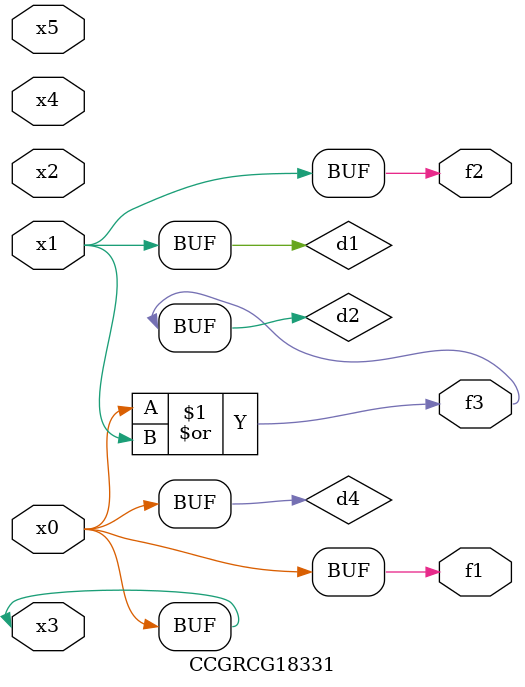
<source format=v>
module CCGRCG18331(
	input x0, x1, x2, x3, x4, x5,
	output f1, f2, f3
);

	wire d1, d2, d3, d4;

	and (d1, x1);
	or (d2, x0, x1);
	nand (d3, x0, x5);
	buf (d4, x0, x3);
	assign f1 = d4;
	assign f2 = d1;
	assign f3 = d2;
endmodule

</source>
